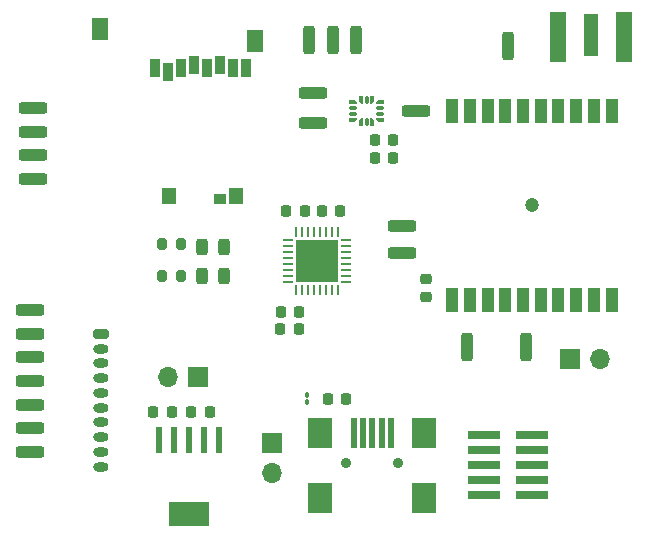
<source format=gbr>
%TF.GenerationSoftware,KiCad,Pcbnew,(6.0.1)*%
%TF.CreationDate,2022-05-25T14:38:50-05:00*%
%TF.ProjectId,aatr-sensor,61617472-2d73-4656-9e73-6f722e6b6963,1*%
%TF.SameCoordinates,Original*%
%TF.FileFunction,Soldermask,Top*%
%TF.FilePolarity,Negative*%
%FSLAX46Y46*%
G04 Gerber Fmt 4.6, Leading zero omitted, Abs format (unit mm)*
G04 Created by KiCad (PCBNEW (6.0.1)) date 2022-05-25 14:38:50*
%MOMM*%
%LPD*%
G01*
G04 APERTURE LIST*
G04 Aperture macros list*
%AMRoundRect*
0 Rectangle with rounded corners*
0 $1 Rounding radius*
0 $2 $3 $4 $5 $6 $7 $8 $9 X,Y pos of 4 corners*
0 Add a 4 corners polygon primitive as box body*
4,1,4,$2,$3,$4,$5,$6,$7,$8,$9,$2,$3,0*
0 Add four circle primitives for the rounded corners*
1,1,$1+$1,$2,$3*
1,1,$1+$1,$4,$5*
1,1,$1+$1,$6,$7*
1,1,$1+$1,$8,$9*
0 Add four rect primitives between the rounded corners*
20,1,$1+$1,$2,$3,$4,$5,0*
20,1,$1+$1,$4,$5,$6,$7,0*
20,1,$1+$1,$6,$7,$8,$9,0*
20,1,$1+$1,$8,$9,$2,$3,0*%
%AMFreePoly0*
4,1,48,0.036020,0.199191,0.037970,0.199714,0.040958,0.198321,0.057086,0.195477,0.069630,0.184951,0.084467,0.178033,0.290533,-0.028033,0.293203,-0.031847,0.294953,-0.032857,0.296081,-0.035957,0.305473,-0.049370,0.306900,-0.065680,0.312500,-0.081066,0.312500,-0.125000,0.310782,-0.134742,0.311361,-0.138024,0.309695,-0.140910,0.307977,-0.150652,0.295451,-0.165579,0.285709,-0.182453,
0.279350,-0.184767,0.275000,-0.189952,0.255809,-0.193336,0.237500,-0.200000,-0.237500,-0.200000,-0.247242,-0.198282,-0.250524,-0.198861,-0.253410,-0.197195,-0.263152,-0.195477,-0.278079,-0.182951,-0.294953,-0.173209,-0.297267,-0.166850,-0.302452,-0.162500,-0.305836,-0.143309,-0.312500,-0.125000,-0.312500,0.125000,-0.310782,0.134742,-0.311361,0.138024,-0.309695,0.140910,-0.307977,0.150652,
-0.295451,0.165579,-0.285709,0.182453,-0.279350,0.184767,-0.275000,0.189952,-0.255809,0.193336,-0.237500,0.200000,0.031434,0.200000,0.036020,0.199191,0.036020,0.199191,$1*%
%AMFreePoly1*
4,1,48,0.247242,0.198282,0.250524,0.198861,0.253410,0.197195,0.263152,0.195477,0.278079,0.182951,0.294953,0.173209,0.297267,0.166850,0.302452,0.162500,0.305836,0.143309,0.312500,0.125000,0.312500,0.081066,0.311691,0.076480,0.312214,0.074529,0.310820,0.071540,0.307977,0.055414,0.297452,0.042871,0.290533,0.028033,0.084467,-0.178033,0.080653,-0.180703,0.079643,-0.182453,
0.076543,-0.183581,0.063130,-0.192973,0.046819,-0.194400,0.031434,-0.200000,-0.237500,-0.200000,-0.247242,-0.198282,-0.250524,-0.198861,-0.253410,-0.197195,-0.263152,-0.195477,-0.278079,-0.182951,-0.294953,-0.173209,-0.297267,-0.166850,-0.302452,-0.162500,-0.305836,-0.143309,-0.312500,-0.125000,-0.312500,0.125000,-0.310782,0.134742,-0.311361,0.138024,-0.309695,0.140910,-0.307977,0.150652,
-0.295451,0.165579,-0.285709,0.182453,-0.279350,0.184767,-0.275000,0.189952,-0.255809,0.193336,-0.237500,0.200000,0.237500,0.200000,0.247242,0.198282,0.247242,0.198282,$1*%
%AMFreePoly2*
4,1,48,0.134742,0.310782,0.138024,0.311361,0.140910,0.309695,0.150652,0.307977,0.165579,0.295451,0.182453,0.285709,0.184767,0.279350,0.189952,0.275000,0.193336,0.255809,0.200000,0.237500,0.200000,-0.237500,0.198282,-0.247242,0.198861,-0.250524,0.197195,-0.253410,0.195477,-0.263152,0.182951,-0.278079,0.173209,-0.294953,0.166850,-0.297267,0.162500,-0.302452,0.143309,-0.305836,
0.125000,-0.312500,-0.125000,-0.312500,-0.134742,-0.310782,-0.138024,-0.311361,-0.140910,-0.309695,-0.150652,-0.307977,-0.165579,-0.295451,-0.182453,-0.285709,-0.184767,-0.279350,-0.189952,-0.275000,-0.193336,-0.255809,-0.200000,-0.237500,-0.200000,0.031434,-0.199191,0.036020,-0.199714,0.037970,-0.198321,0.040958,-0.195477,0.057086,-0.184951,0.069630,-0.178033,0.084467,0.028033,0.290533,
0.031847,0.293203,0.032857,0.294953,0.035957,0.296081,0.049370,0.305473,0.065680,0.306900,0.081066,0.312500,0.125000,0.312500,0.134742,0.310782,0.134742,0.310782,$1*%
%AMFreePoly3*
4,1,48,-0.076480,0.311691,-0.074530,0.312214,-0.071542,0.310821,-0.055414,0.307977,-0.042870,0.297451,-0.028033,0.290533,0.178033,0.084467,0.180703,0.080653,0.182453,0.079643,0.183581,0.076543,0.192973,0.063130,0.194400,0.046820,0.200000,0.031434,0.200000,-0.237500,0.198282,-0.247242,0.198861,-0.250524,0.197195,-0.253410,0.195477,-0.263152,0.182951,-0.278079,0.173209,-0.294953,
0.166850,-0.297267,0.162500,-0.302452,0.143309,-0.305836,0.125000,-0.312500,-0.125000,-0.312500,-0.134742,-0.310782,-0.138024,-0.311361,-0.140910,-0.309695,-0.150652,-0.307977,-0.165579,-0.295451,-0.182453,-0.285709,-0.184767,-0.279350,-0.189952,-0.275000,-0.193336,-0.255809,-0.200000,-0.237500,-0.200000,0.237500,-0.198282,0.247242,-0.198861,0.250524,-0.197195,0.253410,-0.195477,0.263152,
-0.182951,0.278079,-0.173209,0.294953,-0.166850,0.297267,-0.162500,0.302452,-0.143309,0.305836,-0.125000,0.312500,-0.081066,0.312500,-0.076480,0.311691,-0.076480,0.311691,$1*%
%AMFreePoly4*
4,1,48,0.247242,0.198282,0.250524,0.198861,0.253410,0.197195,0.263152,0.195477,0.278079,0.182951,0.294953,0.173209,0.297267,0.166850,0.302452,0.162500,0.305836,0.143309,0.312500,0.125000,0.312500,-0.125000,0.310782,-0.134742,0.311361,-0.138024,0.309695,-0.140910,0.307977,-0.150652,0.295451,-0.165579,0.285709,-0.182453,0.279350,-0.184767,0.275000,-0.189952,0.255809,-0.193336,
0.237500,-0.200000,-0.031434,-0.200000,-0.036020,-0.199191,-0.037971,-0.199714,-0.040960,-0.198320,-0.057086,-0.195477,-0.069629,-0.184952,-0.084467,-0.178033,-0.290533,0.028033,-0.293203,0.031847,-0.294953,0.032857,-0.296081,0.035957,-0.305473,0.049370,-0.306900,0.065681,-0.312500,0.081066,-0.312500,0.125000,-0.310782,0.134742,-0.311361,0.138024,-0.309695,0.140910,-0.307977,0.150652,
-0.295451,0.165579,-0.285709,0.182453,-0.279350,0.184767,-0.275000,0.189952,-0.255809,0.193336,-0.237500,0.200000,0.237500,0.200000,0.247242,0.198282,0.247242,0.198282,$1*%
%AMFreePoly5*
4,1,48,0.247242,0.198282,0.250524,0.198861,0.253410,0.197195,0.263152,0.195477,0.278079,0.182951,0.294953,0.173209,0.297267,0.166850,0.302452,0.162500,0.305836,0.143309,0.312500,0.125000,0.312500,-0.125000,0.310782,-0.134742,0.311361,-0.138024,0.309695,-0.140910,0.307977,-0.150652,0.295451,-0.165579,0.285709,-0.182453,0.279350,-0.184767,0.275000,-0.189952,0.255809,-0.193336,
0.237500,-0.200000,-0.237500,-0.200000,-0.247242,-0.198282,-0.250524,-0.198861,-0.253410,-0.197195,-0.263152,-0.195477,-0.278079,-0.182951,-0.294953,-0.173209,-0.297267,-0.166850,-0.302452,-0.162500,-0.305836,-0.143309,-0.312500,-0.125000,-0.312500,-0.081066,-0.311691,-0.076480,-0.312214,-0.074530,-0.310821,-0.071542,-0.307977,-0.055414,-0.297451,-0.042870,-0.290533,-0.028033,-0.084467,0.178033,
-0.080653,0.180703,-0.079643,0.182453,-0.076543,0.183581,-0.063130,0.192973,-0.046820,0.194400,-0.031434,0.200000,0.237500,0.200000,0.247242,0.198282,0.247242,0.198282,$1*%
%AMFreePoly6*
4,1,48,0.134742,0.310782,0.138024,0.311361,0.140910,0.309695,0.150652,0.307977,0.165579,0.295451,0.182453,0.285709,0.184767,0.279350,0.189952,0.275000,0.193336,0.255809,0.200000,0.237500,0.200000,-0.031434,0.199191,-0.036020,0.199714,-0.037971,0.198320,-0.040960,0.195477,-0.057086,0.184952,-0.069629,0.178033,-0.084467,-0.028033,-0.290533,-0.031847,-0.293203,-0.032857,-0.294953,
-0.035957,-0.296081,-0.049370,-0.305473,-0.065681,-0.306900,-0.081066,-0.312500,-0.125000,-0.312500,-0.134742,-0.310782,-0.138024,-0.311361,-0.140910,-0.309695,-0.150652,-0.307977,-0.165579,-0.295451,-0.182453,-0.285709,-0.184767,-0.279350,-0.189952,-0.275000,-0.193336,-0.255809,-0.200000,-0.237500,-0.200000,0.237500,-0.198282,0.247242,-0.198861,0.250524,-0.197195,0.253410,-0.195477,0.263152,
-0.182951,0.278079,-0.173209,0.294953,-0.166850,0.297267,-0.162500,0.302452,-0.143309,0.305836,-0.125000,0.312500,0.125000,0.312500,0.134742,0.310782,0.134742,0.310782,$1*%
%AMFreePoly7*
4,1,48,0.134742,0.310782,0.138024,0.311361,0.140910,0.309695,0.150652,0.307977,0.165579,0.295451,0.182453,0.285709,0.184767,0.279350,0.189952,0.275000,0.193336,0.255809,0.200000,0.237500,0.200000,-0.237500,0.198282,-0.247242,0.198861,-0.250524,0.197195,-0.253410,0.195477,-0.263152,0.182951,-0.278079,0.173209,-0.294953,0.166850,-0.297267,0.162500,-0.302452,0.143309,-0.305836,
0.125000,-0.312500,0.081066,-0.312500,0.076480,-0.311691,0.074529,-0.312214,0.071540,-0.310820,0.055414,-0.307977,0.042871,-0.297452,0.028033,-0.290533,-0.178033,-0.084467,-0.180703,-0.080653,-0.182453,-0.079643,-0.183581,-0.076543,-0.192973,-0.063130,-0.194400,-0.046819,-0.200000,-0.031434,-0.200000,0.237500,-0.198282,0.247242,-0.198861,0.250524,-0.197195,0.253410,-0.195477,0.263152,
-0.182951,0.278079,-0.173209,0.294953,-0.166850,0.297267,-0.162500,0.302452,-0.143309,0.305836,-0.125000,0.312500,0.125000,0.312500,0.134742,0.310782,0.134742,0.310782,$1*%
G04 Aperture macros list end*
%ADD10R,0.600000X2.200000*%
%ADD11R,3.450000X2.150000*%
%ADD12RoundRect,0.200000X-0.450000X0.200000X-0.450000X-0.200000X0.450000X-0.200000X0.450000X0.200000X0*%
%ADD13O,1.300000X0.800000*%
%ADD14C,0.900000*%
%ADD15R,0.500000X2.500000*%
%ADD16R,2.000000X2.500000*%
%ADD17R,1.270000X3.600000*%
%ADD18R,1.350000X4.200000*%
%ADD19R,1.700000X1.700000*%
%ADD20O,1.700000X1.700000*%
%ADD21RoundRect,0.237500X-0.987500X-0.237500X0.987500X-0.237500X0.987500X0.237500X-0.987500X0.237500X0*%
%ADD22RoundRect,0.237500X-0.237500X0.987500X-0.237500X-0.987500X0.237500X-0.987500X0.237500X0.987500X0*%
%ADD23RoundRect,0.225000X-0.225000X-0.250000X0.225000X-0.250000X0.225000X0.250000X-0.225000X0.250000X0*%
%ADD24RoundRect,0.200000X0.200000X0.275000X-0.200000X0.275000X-0.200000X-0.275000X0.200000X-0.275000X0*%
%ADD25RoundRect,0.218750X0.218750X0.256250X-0.218750X0.256250X-0.218750X-0.256250X0.218750X-0.256250X0*%
%ADD26RoundRect,0.225000X-0.250000X0.225000X-0.250000X-0.225000X0.250000X-0.225000X0.250000X0.225000X0*%
%ADD27FreePoly0,0.000000*%
%ADD28RoundRect,0.100000X-0.212500X-0.100000X0.212500X-0.100000X0.212500X0.100000X-0.212500X0.100000X0*%
%ADD29FreePoly1,0.000000*%
%ADD30FreePoly2,0.000000*%
%ADD31RoundRect,0.100000X-0.100000X-0.212500X0.100000X-0.212500X0.100000X0.212500X-0.100000X0.212500X0*%
%ADD32FreePoly3,0.000000*%
%ADD33FreePoly4,0.000000*%
%ADD34FreePoly5,0.000000*%
%ADD35FreePoly6,0.000000*%
%ADD36FreePoly7,0.000000*%
%ADD37C,1.200000*%
%ADD38R,1.000000X2.000000*%
%ADD39RoundRect,0.237500X0.237500X-0.987500X0.237500X0.987500X-0.237500X0.987500X-0.237500X-0.987500X0*%
%ADD40RoundRect,0.237500X0.987500X0.237500X-0.987500X0.237500X-0.987500X-0.237500X0.987500X-0.237500X0*%
%ADD41RoundRect,0.200000X-0.200000X-0.275000X0.200000X-0.275000X0.200000X0.275000X-0.200000X0.275000X0*%
%ADD42R,2.770000X0.650000*%
%ADD43RoundRect,0.243750X-0.243750X-0.456250X0.243750X-0.456250X0.243750X0.456250X-0.243750X0.456250X0*%
%ADD44RoundRect,0.062500X-0.337500X-0.062500X0.337500X-0.062500X0.337500X0.062500X-0.337500X0.062500X0*%
%ADD45RoundRect,0.062500X-0.062500X-0.337500X0.062500X-0.337500X0.062500X0.337500X-0.062500X0.337500X0*%
%ADD46R,3.600000X3.600000*%
%ADD47RoundRect,0.100000X0.100000X-0.130000X0.100000X0.130000X-0.100000X0.130000X-0.100000X-0.130000X0*%
%ADD48R,0.812800X1.498600*%
%ADD49R,0.990600X0.939800*%
%ADD50R,1.397000X1.905000*%
%ADD51R,1.295400X1.397000*%
G04 APERTURE END LIST*
D10*
%TO.C,U5*%
X115415000Y-108612500D03*
X114145000Y-108612500D03*
X112875000Y-108612500D03*
X111605000Y-108612500D03*
X110335000Y-108612500D03*
D11*
X112875000Y-114912500D03*
%TD*%
D12*
%TO.C,U3*%
X105425000Y-99625000D03*
D13*
X105425000Y-100875000D03*
X105425000Y-102125000D03*
X105425000Y-103375000D03*
X105425000Y-104625000D03*
X105425000Y-105875000D03*
X105425000Y-107125000D03*
X105425000Y-108375000D03*
X105425000Y-109625000D03*
X105425000Y-110875000D03*
%TD*%
D14*
%TO.C,J4*%
X130575000Y-110587500D03*
X126175000Y-110587500D03*
D15*
X126775000Y-107987500D03*
X127575000Y-107987500D03*
X128375000Y-107987500D03*
X129175000Y-107987500D03*
X129975000Y-107987500D03*
D16*
X132775000Y-113487500D03*
X132775000Y-107987500D03*
X123975000Y-107987500D03*
X123975000Y-113487500D03*
%TD*%
D17*
%TO.C,J6*%
X146875000Y-74300000D03*
D18*
X144050000Y-74500000D03*
X149700000Y-74500000D03*
%TD*%
D19*
%TO.C,J5*%
X145100000Y-101750000D03*
D20*
X147640000Y-101750000D03*
%TD*%
D21*
%TO.C,TP21*%
X99375000Y-103625000D03*
%TD*%
D19*
%TO.C,J7*%
X113650000Y-103250000D03*
D20*
X111110000Y-103250000D03*
%TD*%
D22*
%TO.C,TP4*%
X139875000Y-75250000D03*
%TD*%
D23*
%TO.C,C3*%
X124100000Y-89250000D03*
X125650000Y-89250000D03*
%TD*%
D21*
%TO.C,TP20*%
X130875000Y-90500000D03*
%TD*%
D23*
%TO.C,C5*%
X128600000Y-84750000D03*
X130150000Y-84750000D03*
%TD*%
D21*
%TO.C,TP8*%
X99375000Y-99625000D03*
%TD*%
D24*
%TO.C,R1*%
X112200000Y-94750000D03*
X110550000Y-94750000D03*
%TD*%
D21*
%TO.C,TP16*%
X99625000Y-84500000D03*
%TD*%
%TO.C,TP7*%
X99375000Y-101625000D03*
%TD*%
%TO.C,TP19*%
X130875000Y-92750000D03*
%TD*%
D25*
%TO.C,FB2*%
X126162500Y-105112500D03*
X124587500Y-105112500D03*
%TD*%
D26*
%TO.C,C6*%
X132875000Y-94975000D03*
X132875000Y-96525000D03*
%TD*%
D27*
%TO.C,U2*%
X126712500Y-80000000D03*
D28*
X126712500Y-80500000D03*
X126712500Y-81000000D03*
D29*
X126712500Y-81500000D03*
D30*
X127375000Y-81662500D03*
D31*
X127875000Y-81662500D03*
D32*
X128375000Y-81662500D03*
D33*
X129037500Y-81500000D03*
D28*
X129037500Y-81000000D03*
X129037500Y-80500000D03*
D34*
X129037500Y-80000000D03*
D35*
X128375000Y-79837500D03*
D31*
X127875000Y-79837500D03*
D36*
X127375000Y-79837500D03*
%TD*%
D37*
%TO.C,U4*%
X141925000Y-88750000D03*
D38*
X135125000Y-96750000D03*
X136625000Y-96750000D03*
X138125000Y-96750000D03*
X139625000Y-96750000D03*
X141125000Y-96750000D03*
X142625000Y-96750000D03*
X144125000Y-96750000D03*
X145625000Y-96750000D03*
X147125000Y-96750000D03*
X148625000Y-96750000D03*
X148625000Y-80750000D03*
X147125000Y-80750000D03*
X145625000Y-80750000D03*
X144125000Y-80750000D03*
X142625000Y-80750000D03*
X141125000Y-80750000D03*
X139625000Y-80750000D03*
X138125000Y-80750000D03*
X136625000Y-80750000D03*
X135125000Y-80750000D03*
%TD*%
D39*
%TO.C,TP12*%
X125000000Y-74750000D03*
%TD*%
D21*
%TO.C,TP5*%
X99375000Y-107625000D03*
%TD*%
D40*
%TO.C,TP9*%
X123375000Y-79250000D03*
%TD*%
D41*
%TO.C,R2*%
X110550000Y-92025000D03*
X112200000Y-92025000D03*
%TD*%
D42*
%TO.C,J1*%
X141890000Y-113290000D03*
X137860000Y-113290000D03*
X141890000Y-112020000D03*
X137860000Y-112020000D03*
X141890000Y-110750000D03*
X137860000Y-110750000D03*
X141890000Y-109480000D03*
X137860000Y-109480000D03*
X141890000Y-108210000D03*
X137860000Y-108210000D03*
%TD*%
D21*
%TO.C,TP1*%
X123375000Y-81750000D03*
%TD*%
D39*
%TO.C,TP13*%
X141375000Y-100750000D03*
%TD*%
D23*
%TO.C,C4*%
X128600000Y-83250000D03*
X130150000Y-83250000D03*
%TD*%
D21*
%TO.C,TP22*%
X99375000Y-105625000D03*
%TD*%
%TO.C,TP6*%
X99375000Y-97625000D03*
%TD*%
D23*
%TO.C,C8*%
X109825000Y-106250000D03*
X111375000Y-106250000D03*
%TD*%
D43*
%TO.C,D2*%
X113937500Y-92250000D03*
X115812500Y-92250000D03*
%TD*%
D21*
%TO.C,TP17*%
X99625000Y-80500000D03*
%TD*%
D23*
%TO.C,C7*%
X113050000Y-106250000D03*
X114600000Y-106250000D03*
%TD*%
%TO.C,C1*%
X120600000Y-97750000D03*
X122150000Y-97750000D03*
%TD*%
D19*
%TO.C,J3*%
X119875000Y-108837500D03*
D20*
X119875000Y-111377500D03*
%TD*%
D44*
%TO.C,U1*%
X121225000Y-91700000D03*
X121225000Y-92200000D03*
X121225000Y-92700000D03*
X121225000Y-93200000D03*
X121225000Y-93700000D03*
X121225000Y-94200000D03*
X121225000Y-94700000D03*
X121225000Y-95200000D03*
D45*
X121925000Y-95900000D03*
X122425000Y-95900000D03*
X122925000Y-95900000D03*
X123425000Y-95900000D03*
X123925000Y-95900000D03*
X124425000Y-95900000D03*
X124925000Y-95900000D03*
X125425000Y-95900000D03*
D44*
X126125000Y-95200000D03*
X126125000Y-94700000D03*
X126125000Y-94200000D03*
X126125000Y-93700000D03*
X126125000Y-93200000D03*
X126125000Y-92700000D03*
X126125000Y-92200000D03*
X126125000Y-91700000D03*
D45*
X125425000Y-91000000D03*
X124925000Y-91000000D03*
X124425000Y-91000000D03*
X123925000Y-91000000D03*
X123425000Y-91000000D03*
X122925000Y-91000000D03*
X122425000Y-91000000D03*
X121925000Y-91000000D03*
D46*
X123675000Y-93450000D03*
%TD*%
D47*
%TO.C,D3*%
X122875000Y-105432500D03*
X122875000Y-104792500D03*
%TD*%
D21*
%TO.C,TP14*%
X99375000Y-109625000D03*
%TD*%
D22*
%TO.C,TP10*%
X127000000Y-74750000D03*
%TD*%
D21*
%TO.C,TP2*%
X132085000Y-80750000D03*
%TD*%
%TO.C,TP18*%
X99625000Y-86500000D03*
%TD*%
%TO.C,TP15*%
X99625000Y-82500000D03*
%TD*%
D39*
%TO.C,TP3*%
X136375000Y-100750000D03*
%TD*%
D43*
%TO.C,D1*%
X113937500Y-94750000D03*
X115812500Y-94750000D03*
%TD*%
D39*
%TO.C,TP11*%
X123000000Y-74750000D03*
%TD*%
D23*
%TO.C,C2*%
X121100000Y-89250000D03*
X122650000Y-89250000D03*
%TD*%
D48*
%TO.C,J2*%
X109934999Y-77084600D03*
X111034999Y-77484599D03*
X112134999Y-77084600D03*
X113235000Y-76884600D03*
X114335000Y-77084600D03*
X115435000Y-76884600D03*
X116534884Y-77084600D03*
X117634884Y-77084600D03*
D49*
X115435064Y-88169599D03*
D50*
X118424999Y-74794599D03*
D51*
X111125000Y-87944600D03*
X116825000Y-87944600D03*
D50*
X105275001Y-73794598D03*
%TD*%
D25*
%TO.C,FB1*%
X122162500Y-99250000D03*
X120587500Y-99250000D03*
%TD*%
M02*

</source>
